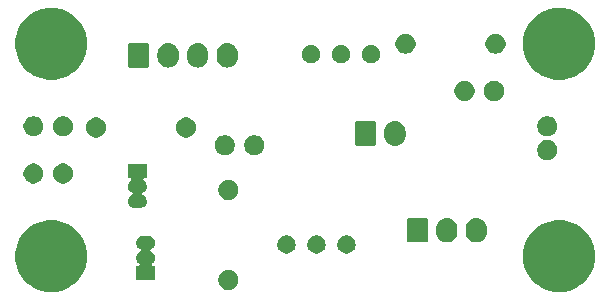
<source format=gbr>
G04 #@! TF.GenerationSoftware,KiCad,Pcbnew,(5.1.5)-3*
G04 #@! TF.CreationDate,2020-07-01T02:10:36+02:00*
G04 #@! TF.ProjectId,GermaniumFuzz,4765726d-616e-4697-956d-46757a7a2e6b,rev?*
G04 #@! TF.SameCoordinates,Original*
G04 #@! TF.FileFunction,Soldermask,Bot*
G04 #@! TF.FilePolarity,Negative*
%FSLAX46Y46*%
G04 Gerber Fmt 4.6, Leading zero omitted, Abs format (unit mm)*
G04 Created by KiCad (PCBNEW (5.1.5)-3) date 2020-07-01 02:10:36*
%MOMM*%
%LPD*%
G04 APERTURE LIST*
%ADD10C,0.100000*%
G04 APERTURE END LIST*
D10*
G36*
X124889943Y-121066248D02*
G01*
X125445189Y-121296238D01*
X125693347Y-121462052D01*
X125944899Y-121630134D01*
X126369866Y-122055101D01*
X126514437Y-122271467D01*
X126703762Y-122554811D01*
X126933752Y-123110057D01*
X127051000Y-123699501D01*
X127051000Y-124300499D01*
X126933752Y-124889943D01*
X126703762Y-125445189D01*
X126694241Y-125459438D01*
X126369866Y-125944899D01*
X125944899Y-126369866D01*
X125804573Y-126463629D01*
X125445189Y-126703762D01*
X124889943Y-126933752D01*
X124300499Y-127051000D01*
X123699501Y-127051000D01*
X123110057Y-126933752D01*
X122554811Y-126703762D01*
X122195427Y-126463629D01*
X122055101Y-126369866D01*
X121630134Y-125944899D01*
X121305759Y-125459438D01*
X121296238Y-125445189D01*
X121066248Y-124889943D01*
X120949000Y-124300499D01*
X120949000Y-123699501D01*
X121066248Y-123110057D01*
X121296238Y-122554811D01*
X121485563Y-122271467D01*
X121630134Y-122055101D01*
X122055101Y-121630134D01*
X122306653Y-121462052D01*
X122554811Y-121296238D01*
X123110057Y-121066248D01*
X123699501Y-120949000D01*
X124300499Y-120949000D01*
X124889943Y-121066248D01*
G37*
G36*
X81889943Y-121066248D02*
G01*
X82445189Y-121296238D01*
X82693347Y-121462052D01*
X82944899Y-121630134D01*
X83369866Y-122055101D01*
X83514437Y-122271467D01*
X83703762Y-122554811D01*
X83933752Y-123110057D01*
X84051000Y-123699501D01*
X84051000Y-124300499D01*
X83933752Y-124889943D01*
X83703762Y-125445189D01*
X83694241Y-125459438D01*
X83369866Y-125944899D01*
X82944899Y-126369866D01*
X82804573Y-126463629D01*
X82445189Y-126703762D01*
X81889943Y-126933752D01*
X81300499Y-127051000D01*
X80699501Y-127051000D01*
X80110057Y-126933752D01*
X79554811Y-126703762D01*
X79195427Y-126463629D01*
X79055101Y-126369866D01*
X78630134Y-125944899D01*
X78305759Y-125459438D01*
X78296238Y-125445189D01*
X78066248Y-124889943D01*
X77949000Y-124300499D01*
X77949000Y-123699501D01*
X78066248Y-123110057D01*
X78296238Y-122554811D01*
X78485563Y-122271467D01*
X78630134Y-122055101D01*
X79055101Y-121630134D01*
X79306653Y-121462052D01*
X79554811Y-121296238D01*
X80110057Y-121066248D01*
X80699501Y-120949000D01*
X81300499Y-120949000D01*
X81889943Y-121066248D01*
G37*
G36*
X96248228Y-125181703D02*
G01*
X96403100Y-125245853D01*
X96542481Y-125338985D01*
X96661015Y-125457519D01*
X96754147Y-125596900D01*
X96818297Y-125751772D01*
X96851000Y-125916184D01*
X96851000Y-126083816D01*
X96818297Y-126248228D01*
X96754147Y-126403100D01*
X96661015Y-126542481D01*
X96542481Y-126661015D01*
X96403100Y-126754147D01*
X96248228Y-126818297D01*
X96083816Y-126851000D01*
X95916184Y-126851000D01*
X95751772Y-126818297D01*
X95596900Y-126754147D01*
X95457519Y-126661015D01*
X95338985Y-126542481D01*
X95245853Y-126403100D01*
X95181703Y-126248228D01*
X95149000Y-126083816D01*
X95149000Y-125916184D01*
X95181703Y-125751772D01*
X95245853Y-125596900D01*
X95338985Y-125457519D01*
X95457519Y-125338985D01*
X95596900Y-125245853D01*
X95751772Y-125181703D01*
X95916184Y-125149000D01*
X96083816Y-125149000D01*
X96248228Y-125181703D01*
G37*
G36*
X89337916Y-122292334D02*
G01*
X89446492Y-122325271D01*
X89446495Y-122325272D01*
X89482601Y-122344571D01*
X89546557Y-122378756D01*
X89634264Y-122450736D01*
X89706244Y-122538443D01*
X89720538Y-122565186D01*
X89759728Y-122638505D01*
X89759729Y-122638508D01*
X89792666Y-122747084D01*
X89803787Y-122860000D01*
X89792666Y-122972916D01*
X89761414Y-123075937D01*
X89759728Y-123081495D01*
X89744461Y-123110057D01*
X89706244Y-123181557D01*
X89634264Y-123269264D01*
X89546557Y-123341244D01*
X89465141Y-123384761D01*
X89444766Y-123398375D01*
X89427439Y-123415702D01*
X89413826Y-123436076D01*
X89404448Y-123458715D01*
X89399668Y-123482748D01*
X89399668Y-123507252D01*
X89404448Y-123531285D01*
X89413826Y-123553924D01*
X89427440Y-123574299D01*
X89444767Y-123591626D01*
X89465141Y-123605239D01*
X89546557Y-123648756D01*
X89634264Y-123720736D01*
X89706244Y-123808443D01*
X89738317Y-123868448D01*
X89759728Y-123908505D01*
X89759729Y-123908508D01*
X89792666Y-124017084D01*
X89803787Y-124130000D01*
X89792666Y-124242916D01*
X89760086Y-124350314D01*
X89759728Y-124351495D01*
X89740429Y-124387601D01*
X89706244Y-124451557D01*
X89634264Y-124539264D01*
X89557354Y-124602383D01*
X89540035Y-124619702D01*
X89526421Y-124640077D01*
X89517043Y-124662716D01*
X89512263Y-124686749D01*
X89512263Y-124711253D01*
X89517043Y-124735286D01*
X89526421Y-124757925D01*
X89540034Y-124778299D01*
X89557361Y-124795626D01*
X89577736Y-124809240D01*
X89600375Y-124818618D01*
X89624408Y-124823398D01*
X89636660Y-124824000D01*
X89801000Y-124824000D01*
X89801000Y-125976000D01*
X88199000Y-125976000D01*
X88199000Y-124824000D01*
X88363340Y-124824000D01*
X88387726Y-124821598D01*
X88411175Y-124814485D01*
X88432786Y-124802934D01*
X88451728Y-124787389D01*
X88467273Y-124768447D01*
X88478824Y-124746836D01*
X88485937Y-124723387D01*
X88488339Y-124699001D01*
X88485937Y-124674615D01*
X88478824Y-124651166D01*
X88467273Y-124629555D01*
X88451728Y-124610613D01*
X88442655Y-124602391D01*
X88365736Y-124539264D01*
X88293756Y-124451557D01*
X88259571Y-124387601D01*
X88240272Y-124351495D01*
X88239914Y-124350314D01*
X88207334Y-124242916D01*
X88196213Y-124130000D01*
X88207334Y-124017084D01*
X88240271Y-123908508D01*
X88240272Y-123908505D01*
X88261683Y-123868448D01*
X88293756Y-123808443D01*
X88365736Y-123720736D01*
X88453443Y-123648756D01*
X88534859Y-123605239D01*
X88555234Y-123591625D01*
X88572561Y-123574298D01*
X88586174Y-123553924D01*
X88595552Y-123531285D01*
X88600332Y-123507252D01*
X88600332Y-123482748D01*
X88595552Y-123458715D01*
X88586174Y-123436076D01*
X88572560Y-123415701D01*
X88555233Y-123398374D01*
X88534859Y-123384761D01*
X88453443Y-123341244D01*
X88365736Y-123269264D01*
X88293756Y-123181557D01*
X88255539Y-123110057D01*
X88240272Y-123081495D01*
X88238586Y-123075937D01*
X88207334Y-122972916D01*
X88196213Y-122860000D01*
X88207334Y-122747084D01*
X88240271Y-122638508D01*
X88240272Y-122638505D01*
X88279462Y-122565186D01*
X88293756Y-122538443D01*
X88365736Y-122450736D01*
X88453443Y-122378756D01*
X88517399Y-122344571D01*
X88553505Y-122325272D01*
X88553508Y-122325271D01*
X88662084Y-122292334D01*
X88746702Y-122284000D01*
X89253298Y-122284000D01*
X89337916Y-122292334D01*
G37*
G36*
X103585589Y-122238876D02*
G01*
X103684893Y-122258629D01*
X103825206Y-122316748D01*
X103951484Y-122401125D01*
X104058875Y-122508516D01*
X104143252Y-122634794D01*
X104201371Y-122775107D01*
X104218257Y-122860000D01*
X104231000Y-122924062D01*
X104231000Y-123075938D01*
X104224213Y-123110056D01*
X104201371Y-123224893D01*
X104143252Y-123365206D01*
X104058875Y-123491484D01*
X103951484Y-123598875D01*
X103825206Y-123683252D01*
X103684893Y-123741371D01*
X103585589Y-123761124D01*
X103535938Y-123771000D01*
X103384062Y-123771000D01*
X103334411Y-123761124D01*
X103235107Y-123741371D01*
X103094794Y-123683252D01*
X102968516Y-123598875D01*
X102861125Y-123491484D01*
X102776748Y-123365206D01*
X102718629Y-123224893D01*
X102695787Y-123110056D01*
X102689000Y-123075938D01*
X102689000Y-122924062D01*
X102701743Y-122860000D01*
X102718629Y-122775107D01*
X102776748Y-122634794D01*
X102861125Y-122508516D01*
X102968516Y-122401125D01*
X103094794Y-122316748D01*
X103235107Y-122258629D01*
X103334411Y-122238876D01*
X103384062Y-122229000D01*
X103535938Y-122229000D01*
X103585589Y-122238876D01*
G37*
G36*
X106125589Y-122238876D02*
G01*
X106224893Y-122258629D01*
X106365206Y-122316748D01*
X106491484Y-122401125D01*
X106598875Y-122508516D01*
X106683252Y-122634794D01*
X106741371Y-122775107D01*
X106758257Y-122860000D01*
X106771000Y-122924062D01*
X106771000Y-123075938D01*
X106764213Y-123110056D01*
X106741371Y-123224893D01*
X106683252Y-123365206D01*
X106598875Y-123491484D01*
X106491484Y-123598875D01*
X106365206Y-123683252D01*
X106224893Y-123741371D01*
X106125589Y-123761124D01*
X106075938Y-123771000D01*
X105924062Y-123771000D01*
X105874411Y-123761124D01*
X105775107Y-123741371D01*
X105634794Y-123683252D01*
X105508516Y-123598875D01*
X105401125Y-123491484D01*
X105316748Y-123365206D01*
X105258629Y-123224893D01*
X105235787Y-123110056D01*
X105229000Y-123075938D01*
X105229000Y-122924062D01*
X105241743Y-122860000D01*
X105258629Y-122775107D01*
X105316748Y-122634794D01*
X105401125Y-122508516D01*
X105508516Y-122401125D01*
X105634794Y-122316748D01*
X105775107Y-122258629D01*
X105874411Y-122238876D01*
X105924062Y-122229000D01*
X106075938Y-122229000D01*
X106125589Y-122238876D01*
G37*
G36*
X101045589Y-122238876D02*
G01*
X101144893Y-122258629D01*
X101285206Y-122316748D01*
X101411484Y-122401125D01*
X101518875Y-122508516D01*
X101603252Y-122634794D01*
X101661371Y-122775107D01*
X101678257Y-122860000D01*
X101691000Y-122924062D01*
X101691000Y-123075938D01*
X101684213Y-123110056D01*
X101661371Y-123224893D01*
X101603252Y-123365206D01*
X101518875Y-123491484D01*
X101411484Y-123598875D01*
X101285206Y-123683252D01*
X101144893Y-123741371D01*
X101045589Y-123761124D01*
X100995938Y-123771000D01*
X100844062Y-123771000D01*
X100794411Y-123761124D01*
X100695107Y-123741371D01*
X100554794Y-123683252D01*
X100428516Y-123598875D01*
X100321125Y-123491484D01*
X100236748Y-123365206D01*
X100178629Y-123224893D01*
X100155787Y-123110056D01*
X100149000Y-123075938D01*
X100149000Y-122924062D01*
X100161743Y-122860000D01*
X100178629Y-122775107D01*
X100236748Y-122634794D01*
X100321125Y-122508516D01*
X100428516Y-122401125D01*
X100554794Y-122316748D01*
X100695107Y-122258629D01*
X100794411Y-122238876D01*
X100844062Y-122229000D01*
X100995938Y-122229000D01*
X101045589Y-122238876D01*
G37*
G36*
X114676626Y-120787037D02*
G01*
X114846465Y-120838557D01*
X114846467Y-120838558D01*
X115002989Y-120922221D01*
X115140186Y-121034814D01*
X115223448Y-121136271D01*
X115252778Y-121172009D01*
X115336443Y-121328534D01*
X115387963Y-121498373D01*
X115401000Y-121630742D01*
X115401000Y-121969257D01*
X115387963Y-122101626D01*
X115336443Y-122271466D01*
X115252778Y-122427991D01*
X115223448Y-122463729D01*
X115140186Y-122565186D01*
X115045250Y-122643097D01*
X115002991Y-122677778D01*
X114846466Y-122761443D01*
X114676627Y-122812963D01*
X114500000Y-122830359D01*
X114323374Y-122812963D01*
X114153535Y-122761443D01*
X113997010Y-122677778D01*
X113859815Y-122565185D01*
X113747222Y-122427991D01*
X113663557Y-122271466D01*
X113612037Y-122101627D01*
X113605518Y-122035442D01*
X113599000Y-121969260D01*
X113599000Y-121630741D01*
X113612037Y-121498376D01*
X113612037Y-121498374D01*
X113663557Y-121328535D01*
X113747222Y-121172010D01*
X113747223Y-121172009D01*
X113859814Y-121034814D01*
X113964380Y-120949000D01*
X113997009Y-120922222D01*
X114153534Y-120838557D01*
X114323373Y-120787037D01*
X114500000Y-120769641D01*
X114676626Y-120787037D01*
G37*
G36*
X117176626Y-120787037D02*
G01*
X117346465Y-120838557D01*
X117346467Y-120838558D01*
X117502989Y-120922221D01*
X117640186Y-121034814D01*
X117723448Y-121136271D01*
X117752778Y-121172009D01*
X117836443Y-121328534D01*
X117887963Y-121498373D01*
X117901000Y-121630742D01*
X117901000Y-121969257D01*
X117887963Y-122101626D01*
X117836443Y-122271466D01*
X117752778Y-122427991D01*
X117723448Y-122463729D01*
X117640186Y-122565186D01*
X117545250Y-122643097D01*
X117502991Y-122677778D01*
X117346466Y-122761443D01*
X117176627Y-122812963D01*
X117000000Y-122830359D01*
X116823374Y-122812963D01*
X116653535Y-122761443D01*
X116497010Y-122677778D01*
X116359815Y-122565185D01*
X116247222Y-122427991D01*
X116163557Y-122271466D01*
X116112037Y-122101627D01*
X116105518Y-122035442D01*
X116099000Y-121969260D01*
X116099000Y-121630741D01*
X116112037Y-121498376D01*
X116112037Y-121498374D01*
X116163557Y-121328535D01*
X116247222Y-121172010D01*
X116247223Y-121172009D01*
X116359814Y-121034814D01*
X116464380Y-120949000D01*
X116497009Y-120922222D01*
X116653534Y-120838557D01*
X116823373Y-120787037D01*
X117000000Y-120769641D01*
X117176626Y-120787037D01*
G37*
G36*
X112758600Y-120777989D02*
G01*
X112791652Y-120788015D01*
X112822103Y-120804292D01*
X112848799Y-120826201D01*
X112870708Y-120852897D01*
X112886985Y-120883348D01*
X112897011Y-120916400D01*
X112901000Y-120956903D01*
X112901000Y-122643097D01*
X112897011Y-122683600D01*
X112886985Y-122716652D01*
X112870708Y-122747103D01*
X112848799Y-122773799D01*
X112822103Y-122795708D01*
X112791652Y-122811985D01*
X112758600Y-122822011D01*
X112718097Y-122826000D01*
X111281903Y-122826000D01*
X111241400Y-122822011D01*
X111208348Y-122811985D01*
X111177897Y-122795708D01*
X111151201Y-122773799D01*
X111129292Y-122747103D01*
X111113015Y-122716652D01*
X111102989Y-122683600D01*
X111099000Y-122643097D01*
X111099000Y-120956903D01*
X111102989Y-120916400D01*
X111113015Y-120883348D01*
X111129292Y-120852897D01*
X111151201Y-120826201D01*
X111177897Y-120804292D01*
X111208348Y-120788015D01*
X111241400Y-120777989D01*
X111281903Y-120774000D01*
X112718097Y-120774000D01*
X112758600Y-120777989D01*
G37*
G36*
X89101000Y-117376000D02*
G01*
X88936660Y-117376000D01*
X88912274Y-117378402D01*
X88888825Y-117385515D01*
X88867214Y-117397066D01*
X88848272Y-117412611D01*
X88832727Y-117431553D01*
X88821176Y-117453164D01*
X88814063Y-117476613D01*
X88811661Y-117500999D01*
X88814063Y-117525385D01*
X88821176Y-117548834D01*
X88832727Y-117570445D01*
X88848272Y-117589387D01*
X88857345Y-117597609D01*
X88934264Y-117660736D01*
X89006244Y-117748443D01*
X89040429Y-117812399D01*
X89059728Y-117848505D01*
X89059729Y-117848508D01*
X89092666Y-117957084D01*
X89103787Y-118070000D01*
X89092666Y-118182916D01*
X89059729Y-118291492D01*
X89059728Y-118291495D01*
X89057221Y-118296185D01*
X89006244Y-118391557D01*
X88934264Y-118479264D01*
X88846557Y-118551244D01*
X88765141Y-118594761D01*
X88744766Y-118608375D01*
X88727439Y-118625702D01*
X88713826Y-118646076D01*
X88704448Y-118668715D01*
X88699668Y-118692748D01*
X88699668Y-118717252D01*
X88704448Y-118741285D01*
X88713826Y-118763924D01*
X88727440Y-118784299D01*
X88744767Y-118801626D01*
X88765141Y-118815239D01*
X88846557Y-118858756D01*
X88934264Y-118930736D01*
X89006244Y-119018443D01*
X89040429Y-119082399D01*
X89059728Y-119118505D01*
X89059729Y-119118508D01*
X89092666Y-119227084D01*
X89103787Y-119340000D01*
X89092666Y-119452916D01*
X89059729Y-119561492D01*
X89059728Y-119561495D01*
X89040429Y-119597601D01*
X89006244Y-119661557D01*
X88934264Y-119749264D01*
X88846557Y-119821244D01*
X88782601Y-119855429D01*
X88746495Y-119874728D01*
X88746492Y-119874729D01*
X88637916Y-119907666D01*
X88553298Y-119916000D01*
X88046702Y-119916000D01*
X87962084Y-119907666D01*
X87853508Y-119874729D01*
X87853505Y-119874728D01*
X87817399Y-119855429D01*
X87753443Y-119821244D01*
X87665736Y-119749264D01*
X87593756Y-119661557D01*
X87559571Y-119597601D01*
X87540272Y-119561495D01*
X87540271Y-119561492D01*
X87507334Y-119452916D01*
X87496213Y-119340000D01*
X87507334Y-119227084D01*
X87540271Y-119118508D01*
X87540272Y-119118505D01*
X87559571Y-119082399D01*
X87593756Y-119018443D01*
X87665736Y-118930736D01*
X87753443Y-118858756D01*
X87834859Y-118815239D01*
X87855234Y-118801625D01*
X87872561Y-118784298D01*
X87886174Y-118763924D01*
X87895552Y-118741285D01*
X87900332Y-118717252D01*
X87900332Y-118692748D01*
X87895552Y-118668715D01*
X87886174Y-118646076D01*
X87872560Y-118625701D01*
X87855233Y-118608374D01*
X87834859Y-118594761D01*
X87753443Y-118551244D01*
X87665736Y-118479264D01*
X87593756Y-118391557D01*
X87542779Y-118296185D01*
X87540272Y-118291495D01*
X87540271Y-118291492D01*
X87507334Y-118182916D01*
X87496213Y-118070000D01*
X87507334Y-117957084D01*
X87540271Y-117848508D01*
X87540272Y-117848505D01*
X87559571Y-117812399D01*
X87593756Y-117748443D01*
X87665736Y-117660736D01*
X87742646Y-117597617D01*
X87759965Y-117580298D01*
X87773579Y-117559923D01*
X87782957Y-117537284D01*
X87787737Y-117513251D01*
X87787737Y-117488747D01*
X87782957Y-117464714D01*
X87773579Y-117442075D01*
X87759966Y-117421701D01*
X87742639Y-117404374D01*
X87722264Y-117390760D01*
X87699625Y-117381382D01*
X87675592Y-117376602D01*
X87663340Y-117376000D01*
X87499000Y-117376000D01*
X87499000Y-116224000D01*
X89101000Y-116224000D01*
X89101000Y-117376000D01*
G37*
G36*
X96248228Y-117561703D02*
G01*
X96403100Y-117625853D01*
X96542481Y-117718985D01*
X96661015Y-117837519D01*
X96754147Y-117976900D01*
X96818297Y-118131772D01*
X96851000Y-118296184D01*
X96851000Y-118463816D01*
X96818297Y-118628228D01*
X96754147Y-118783100D01*
X96661015Y-118922481D01*
X96542481Y-119041015D01*
X96403100Y-119134147D01*
X96248228Y-119198297D01*
X96083816Y-119231000D01*
X95916184Y-119231000D01*
X95751772Y-119198297D01*
X95596900Y-119134147D01*
X95457519Y-119041015D01*
X95338985Y-118922481D01*
X95245853Y-118783100D01*
X95181703Y-118628228D01*
X95149000Y-118463816D01*
X95149000Y-118296184D01*
X95181703Y-118131772D01*
X95245853Y-117976900D01*
X95338985Y-117837519D01*
X95457519Y-117718985D01*
X95596900Y-117625853D01*
X95751772Y-117561703D01*
X95916184Y-117529000D01*
X96083816Y-117529000D01*
X96248228Y-117561703D01*
G37*
G36*
X79748228Y-116181703D02*
G01*
X79903100Y-116245853D01*
X80042481Y-116338985D01*
X80161015Y-116457519D01*
X80254147Y-116596900D01*
X80318297Y-116751772D01*
X80351000Y-116916184D01*
X80351000Y-117083816D01*
X80318297Y-117248228D01*
X80254147Y-117403100D01*
X80161015Y-117542481D01*
X80042481Y-117661015D01*
X79903100Y-117754147D01*
X79748228Y-117818297D01*
X79583816Y-117851000D01*
X79416184Y-117851000D01*
X79251772Y-117818297D01*
X79096900Y-117754147D01*
X78957519Y-117661015D01*
X78838985Y-117542481D01*
X78745853Y-117403100D01*
X78681703Y-117248228D01*
X78649000Y-117083816D01*
X78649000Y-116916184D01*
X78681703Y-116751772D01*
X78745853Y-116596900D01*
X78838985Y-116457519D01*
X78957519Y-116338985D01*
X79096900Y-116245853D01*
X79251772Y-116181703D01*
X79416184Y-116149000D01*
X79583816Y-116149000D01*
X79748228Y-116181703D01*
G37*
G36*
X82248228Y-116181703D02*
G01*
X82403100Y-116245853D01*
X82542481Y-116338985D01*
X82661015Y-116457519D01*
X82754147Y-116596900D01*
X82818297Y-116751772D01*
X82851000Y-116916184D01*
X82851000Y-117083816D01*
X82818297Y-117248228D01*
X82754147Y-117403100D01*
X82661015Y-117542481D01*
X82542481Y-117661015D01*
X82403100Y-117754147D01*
X82248228Y-117818297D01*
X82083816Y-117851000D01*
X81916184Y-117851000D01*
X81751772Y-117818297D01*
X81596900Y-117754147D01*
X81457519Y-117661015D01*
X81338985Y-117542481D01*
X81245853Y-117403100D01*
X81181703Y-117248228D01*
X81149000Y-117083816D01*
X81149000Y-116916184D01*
X81181703Y-116751772D01*
X81245853Y-116596900D01*
X81338985Y-116457519D01*
X81457519Y-116338985D01*
X81596900Y-116245853D01*
X81751772Y-116181703D01*
X81916184Y-116149000D01*
X82083816Y-116149000D01*
X82248228Y-116181703D01*
G37*
G36*
X123248228Y-114181703D02*
G01*
X123403100Y-114245853D01*
X123542481Y-114338985D01*
X123661015Y-114457519D01*
X123754147Y-114596900D01*
X123818297Y-114751772D01*
X123851000Y-114916184D01*
X123851000Y-115083816D01*
X123818297Y-115248228D01*
X123754147Y-115403100D01*
X123661015Y-115542481D01*
X123542481Y-115661015D01*
X123403100Y-115754147D01*
X123248228Y-115818297D01*
X123083816Y-115851000D01*
X122916184Y-115851000D01*
X122751772Y-115818297D01*
X122596900Y-115754147D01*
X122457519Y-115661015D01*
X122338985Y-115542481D01*
X122245853Y-115403100D01*
X122181703Y-115248228D01*
X122149000Y-115083816D01*
X122149000Y-114916184D01*
X122181703Y-114751772D01*
X122245853Y-114596900D01*
X122338985Y-114457519D01*
X122457519Y-114338985D01*
X122596900Y-114245853D01*
X122751772Y-114181703D01*
X122916184Y-114149000D01*
X123083816Y-114149000D01*
X123248228Y-114181703D01*
G37*
G36*
X95948228Y-113781703D02*
G01*
X96103100Y-113845853D01*
X96242481Y-113938985D01*
X96361015Y-114057519D01*
X96454147Y-114196900D01*
X96518297Y-114351772D01*
X96551000Y-114516184D01*
X96551000Y-114683816D01*
X96518297Y-114848228D01*
X96454147Y-115003100D01*
X96361015Y-115142481D01*
X96242481Y-115261015D01*
X96103100Y-115354147D01*
X95948228Y-115418297D01*
X95783816Y-115451000D01*
X95616184Y-115451000D01*
X95451772Y-115418297D01*
X95296900Y-115354147D01*
X95157519Y-115261015D01*
X95038985Y-115142481D01*
X94945853Y-115003100D01*
X94881703Y-114848228D01*
X94849000Y-114683816D01*
X94849000Y-114516184D01*
X94881703Y-114351772D01*
X94945853Y-114196900D01*
X95038985Y-114057519D01*
X95157519Y-113938985D01*
X95296900Y-113845853D01*
X95451772Y-113781703D01*
X95616184Y-113749000D01*
X95783816Y-113749000D01*
X95948228Y-113781703D01*
G37*
G36*
X98448228Y-113781703D02*
G01*
X98603100Y-113845853D01*
X98742481Y-113938985D01*
X98861015Y-114057519D01*
X98954147Y-114196900D01*
X99018297Y-114351772D01*
X99051000Y-114516184D01*
X99051000Y-114683816D01*
X99018297Y-114848228D01*
X98954147Y-115003100D01*
X98861015Y-115142481D01*
X98742481Y-115261015D01*
X98603100Y-115354147D01*
X98448228Y-115418297D01*
X98283816Y-115451000D01*
X98116184Y-115451000D01*
X97951772Y-115418297D01*
X97796900Y-115354147D01*
X97657519Y-115261015D01*
X97538985Y-115142481D01*
X97445853Y-115003100D01*
X97381703Y-114848228D01*
X97349000Y-114683816D01*
X97349000Y-114516184D01*
X97381703Y-114351772D01*
X97445853Y-114196900D01*
X97538985Y-114057519D01*
X97657519Y-113938985D01*
X97796900Y-113845853D01*
X97951772Y-113781703D01*
X98116184Y-113749000D01*
X98283816Y-113749000D01*
X98448228Y-113781703D01*
G37*
G36*
X110276626Y-112562037D02*
G01*
X110446465Y-112613557D01*
X110446467Y-112613558D01*
X110602989Y-112697221D01*
X110740186Y-112809814D01*
X110823448Y-112911271D01*
X110852778Y-112947009D01*
X110936443Y-113103534D01*
X110987963Y-113273373D01*
X110987963Y-113273375D01*
X111000740Y-113403097D01*
X111001000Y-113405742D01*
X111001000Y-113794257D01*
X110987963Y-113926626D01*
X110936443Y-114096466D01*
X110852778Y-114252991D01*
X110823448Y-114288729D01*
X110740186Y-114390186D01*
X110658139Y-114457519D01*
X110602991Y-114502778D01*
X110446466Y-114586443D01*
X110276627Y-114637963D01*
X110100000Y-114655359D01*
X109923374Y-114637963D01*
X109753535Y-114586443D01*
X109597010Y-114502778D01*
X109459815Y-114390185D01*
X109347222Y-114252991D01*
X109263557Y-114096466D01*
X109212037Y-113926627D01*
X109204898Y-113854147D01*
X109199000Y-113794260D01*
X109199000Y-113405741D01*
X109212037Y-113273376D01*
X109212037Y-113273374D01*
X109263557Y-113103535D01*
X109347222Y-112947010D01*
X109372520Y-112916184D01*
X109459814Y-112809814D01*
X109561271Y-112726552D01*
X109597009Y-112697222D01*
X109753534Y-112613557D01*
X109923373Y-112562037D01*
X110100000Y-112544641D01*
X110276626Y-112562037D01*
G37*
G36*
X108358600Y-112552989D02*
G01*
X108391652Y-112563015D01*
X108422103Y-112579292D01*
X108448799Y-112601201D01*
X108470708Y-112627897D01*
X108486985Y-112658348D01*
X108497011Y-112691400D01*
X108501000Y-112731903D01*
X108501000Y-114468097D01*
X108497011Y-114508600D01*
X108486985Y-114541652D01*
X108470708Y-114572103D01*
X108448799Y-114598799D01*
X108422103Y-114620708D01*
X108391652Y-114636985D01*
X108358600Y-114647011D01*
X108318097Y-114651000D01*
X106881903Y-114651000D01*
X106841400Y-114647011D01*
X106808348Y-114636985D01*
X106777897Y-114620708D01*
X106751201Y-114598799D01*
X106729292Y-114572103D01*
X106713015Y-114541652D01*
X106702989Y-114508600D01*
X106699000Y-114468097D01*
X106699000Y-112731903D01*
X106702989Y-112691400D01*
X106713015Y-112658348D01*
X106729292Y-112627897D01*
X106751201Y-112601201D01*
X106777897Y-112579292D01*
X106808348Y-112563015D01*
X106841400Y-112552989D01*
X106881903Y-112549000D01*
X108318097Y-112549000D01*
X108358600Y-112552989D01*
G37*
G36*
X85048228Y-112281703D02*
G01*
X85203100Y-112345853D01*
X85342481Y-112438985D01*
X85461015Y-112557519D01*
X85554147Y-112696900D01*
X85618297Y-112851772D01*
X85651000Y-113016184D01*
X85651000Y-113183816D01*
X85618297Y-113348228D01*
X85554147Y-113503100D01*
X85461015Y-113642481D01*
X85342481Y-113761015D01*
X85203100Y-113854147D01*
X85048228Y-113918297D01*
X84883816Y-113951000D01*
X84716184Y-113951000D01*
X84551772Y-113918297D01*
X84396900Y-113854147D01*
X84257519Y-113761015D01*
X84138985Y-113642481D01*
X84045853Y-113503100D01*
X83981703Y-113348228D01*
X83949000Y-113183816D01*
X83949000Y-113016184D01*
X83981703Y-112851772D01*
X84045853Y-112696900D01*
X84138985Y-112557519D01*
X84257519Y-112438985D01*
X84396900Y-112345853D01*
X84551772Y-112281703D01*
X84716184Y-112249000D01*
X84883816Y-112249000D01*
X85048228Y-112281703D01*
G37*
G36*
X92668228Y-112281703D02*
G01*
X92823100Y-112345853D01*
X92962481Y-112438985D01*
X93081015Y-112557519D01*
X93174147Y-112696900D01*
X93238297Y-112851772D01*
X93271000Y-113016184D01*
X93271000Y-113183816D01*
X93238297Y-113348228D01*
X93174147Y-113503100D01*
X93081015Y-113642481D01*
X92962481Y-113761015D01*
X92823100Y-113854147D01*
X92668228Y-113918297D01*
X92503816Y-113951000D01*
X92336184Y-113951000D01*
X92171772Y-113918297D01*
X92016900Y-113854147D01*
X91877519Y-113761015D01*
X91758985Y-113642481D01*
X91665853Y-113503100D01*
X91601703Y-113348228D01*
X91569000Y-113183816D01*
X91569000Y-113016184D01*
X91601703Y-112851772D01*
X91665853Y-112696900D01*
X91758985Y-112557519D01*
X91877519Y-112438985D01*
X92016900Y-112345853D01*
X92171772Y-112281703D01*
X92336184Y-112249000D01*
X92503816Y-112249000D01*
X92668228Y-112281703D01*
G37*
G36*
X123248228Y-112181703D02*
G01*
X123403100Y-112245853D01*
X123542481Y-112338985D01*
X123661015Y-112457519D01*
X123754147Y-112596900D01*
X123818297Y-112751772D01*
X123851000Y-112916184D01*
X123851000Y-113083816D01*
X123818297Y-113248228D01*
X123754147Y-113403100D01*
X123661015Y-113542481D01*
X123542481Y-113661015D01*
X123403100Y-113754147D01*
X123248228Y-113818297D01*
X123083816Y-113851000D01*
X122916184Y-113851000D01*
X122751772Y-113818297D01*
X122596900Y-113754147D01*
X122457519Y-113661015D01*
X122338985Y-113542481D01*
X122245853Y-113403100D01*
X122181703Y-113248228D01*
X122149000Y-113083816D01*
X122149000Y-112916184D01*
X122181703Y-112751772D01*
X122245853Y-112596900D01*
X122338985Y-112457519D01*
X122457519Y-112338985D01*
X122596900Y-112245853D01*
X122751772Y-112181703D01*
X122916184Y-112149000D01*
X123083816Y-112149000D01*
X123248228Y-112181703D01*
G37*
G36*
X79748228Y-112181703D02*
G01*
X79903100Y-112245853D01*
X80042481Y-112338985D01*
X80161015Y-112457519D01*
X80254147Y-112596900D01*
X80318297Y-112751772D01*
X80351000Y-112916184D01*
X80351000Y-113083816D01*
X80318297Y-113248228D01*
X80254147Y-113403100D01*
X80161015Y-113542481D01*
X80042481Y-113661015D01*
X79903100Y-113754147D01*
X79748228Y-113818297D01*
X79583816Y-113851000D01*
X79416184Y-113851000D01*
X79251772Y-113818297D01*
X79096900Y-113754147D01*
X78957519Y-113661015D01*
X78838985Y-113542481D01*
X78745853Y-113403100D01*
X78681703Y-113248228D01*
X78649000Y-113083816D01*
X78649000Y-112916184D01*
X78681703Y-112751772D01*
X78745853Y-112596900D01*
X78838985Y-112457519D01*
X78957519Y-112338985D01*
X79096900Y-112245853D01*
X79251772Y-112181703D01*
X79416184Y-112149000D01*
X79583816Y-112149000D01*
X79748228Y-112181703D01*
G37*
G36*
X82248228Y-112181703D02*
G01*
X82403100Y-112245853D01*
X82542481Y-112338985D01*
X82661015Y-112457519D01*
X82754147Y-112596900D01*
X82818297Y-112751772D01*
X82851000Y-112916184D01*
X82851000Y-113083816D01*
X82818297Y-113248228D01*
X82754147Y-113403100D01*
X82661015Y-113542481D01*
X82542481Y-113661015D01*
X82403100Y-113754147D01*
X82248228Y-113818297D01*
X82083816Y-113851000D01*
X81916184Y-113851000D01*
X81751772Y-113818297D01*
X81596900Y-113754147D01*
X81457519Y-113661015D01*
X81338985Y-113542481D01*
X81245853Y-113403100D01*
X81181703Y-113248228D01*
X81149000Y-113083816D01*
X81149000Y-112916184D01*
X81181703Y-112751772D01*
X81245853Y-112596900D01*
X81338985Y-112457519D01*
X81457519Y-112338985D01*
X81596900Y-112245853D01*
X81751772Y-112181703D01*
X81916184Y-112149000D01*
X82083816Y-112149000D01*
X82248228Y-112181703D01*
G37*
G36*
X118748228Y-109181703D02*
G01*
X118903100Y-109245853D01*
X119042481Y-109338985D01*
X119161015Y-109457519D01*
X119254147Y-109596900D01*
X119318297Y-109751772D01*
X119351000Y-109916184D01*
X119351000Y-110083816D01*
X119318297Y-110248228D01*
X119254147Y-110403100D01*
X119161015Y-110542481D01*
X119042481Y-110661015D01*
X118903100Y-110754147D01*
X118748228Y-110818297D01*
X118583816Y-110851000D01*
X118416184Y-110851000D01*
X118251772Y-110818297D01*
X118096900Y-110754147D01*
X117957519Y-110661015D01*
X117838985Y-110542481D01*
X117745853Y-110403100D01*
X117681703Y-110248228D01*
X117649000Y-110083816D01*
X117649000Y-109916184D01*
X117681703Y-109751772D01*
X117745853Y-109596900D01*
X117838985Y-109457519D01*
X117957519Y-109338985D01*
X118096900Y-109245853D01*
X118251772Y-109181703D01*
X118416184Y-109149000D01*
X118583816Y-109149000D01*
X118748228Y-109181703D01*
G37*
G36*
X116248228Y-109181703D02*
G01*
X116403100Y-109245853D01*
X116542481Y-109338985D01*
X116661015Y-109457519D01*
X116754147Y-109596900D01*
X116818297Y-109751772D01*
X116851000Y-109916184D01*
X116851000Y-110083816D01*
X116818297Y-110248228D01*
X116754147Y-110403100D01*
X116661015Y-110542481D01*
X116542481Y-110661015D01*
X116403100Y-110754147D01*
X116248228Y-110818297D01*
X116083816Y-110851000D01*
X115916184Y-110851000D01*
X115751772Y-110818297D01*
X115596900Y-110754147D01*
X115457519Y-110661015D01*
X115338985Y-110542481D01*
X115245853Y-110403100D01*
X115181703Y-110248228D01*
X115149000Y-110083816D01*
X115149000Y-109916184D01*
X115181703Y-109751772D01*
X115245853Y-109596900D01*
X115338985Y-109457519D01*
X115457519Y-109338985D01*
X115596900Y-109245853D01*
X115751772Y-109181703D01*
X115916184Y-109149000D01*
X116083816Y-109149000D01*
X116248228Y-109181703D01*
G37*
G36*
X124889943Y-103066248D02*
G01*
X125445189Y-103296238D01*
X125693347Y-103462052D01*
X125944899Y-103630134D01*
X126369866Y-104055101D01*
X126518440Y-104277458D01*
X126703762Y-104554811D01*
X126933752Y-105110057D01*
X127051000Y-105699501D01*
X127051000Y-106300499D01*
X126933752Y-106889943D01*
X126703762Y-107445189D01*
X126686203Y-107471468D01*
X126369866Y-107944899D01*
X125944899Y-108369866D01*
X125804573Y-108463629D01*
X125445189Y-108703762D01*
X124889943Y-108933752D01*
X124300499Y-109051000D01*
X123699501Y-109051000D01*
X123110057Y-108933752D01*
X122554811Y-108703762D01*
X122195427Y-108463629D01*
X122055101Y-108369866D01*
X121630134Y-107944899D01*
X121313797Y-107471468D01*
X121296238Y-107445189D01*
X121066248Y-106889943D01*
X120949000Y-106300499D01*
X120949000Y-105699501D01*
X121066248Y-105110057D01*
X121296238Y-104554811D01*
X121481560Y-104277458D01*
X121630134Y-104055101D01*
X122055101Y-103630134D01*
X122306653Y-103462052D01*
X122554811Y-103296238D01*
X123110057Y-103066248D01*
X123699501Y-102949000D01*
X124300499Y-102949000D01*
X124889943Y-103066248D01*
G37*
G36*
X81889943Y-103066248D02*
G01*
X82445189Y-103296238D01*
X82693347Y-103462052D01*
X82944899Y-103630134D01*
X83369866Y-104055101D01*
X83518440Y-104277458D01*
X83703762Y-104554811D01*
X83933752Y-105110057D01*
X84051000Y-105699501D01*
X84051000Y-106300499D01*
X83933752Y-106889943D01*
X83703762Y-107445189D01*
X83686203Y-107471468D01*
X83369866Y-107944899D01*
X82944899Y-108369866D01*
X82804573Y-108463629D01*
X82445189Y-108703762D01*
X81889943Y-108933752D01*
X81300499Y-109051000D01*
X80699501Y-109051000D01*
X80110057Y-108933752D01*
X79554811Y-108703762D01*
X79195427Y-108463629D01*
X79055101Y-108369866D01*
X78630134Y-107944899D01*
X78313797Y-107471468D01*
X78296238Y-107445189D01*
X78066248Y-106889943D01*
X77949000Y-106300499D01*
X77949000Y-105699501D01*
X78066248Y-105110057D01*
X78296238Y-104554811D01*
X78481560Y-104277458D01*
X78630134Y-104055101D01*
X79055101Y-103630134D01*
X79306653Y-103462052D01*
X79554811Y-103296238D01*
X80110057Y-103066248D01*
X80699501Y-102949000D01*
X81300499Y-102949000D01*
X81889943Y-103066248D01*
G37*
G36*
X91076626Y-105987037D02*
G01*
X91246465Y-106038557D01*
X91246467Y-106038558D01*
X91402989Y-106122221D01*
X91540186Y-106234814D01*
X91594091Y-106300499D01*
X91652778Y-106372009D01*
X91736443Y-106528534D01*
X91787963Y-106698373D01*
X91801000Y-106830742D01*
X91801000Y-107169257D01*
X91787963Y-107301626D01*
X91736443Y-107471466D01*
X91652778Y-107627991D01*
X91646689Y-107635410D01*
X91540186Y-107765186D01*
X91477863Y-107816332D01*
X91402991Y-107877778D01*
X91246466Y-107961443D01*
X91076627Y-108012963D01*
X90900000Y-108030359D01*
X90723374Y-108012963D01*
X90553535Y-107961443D01*
X90397010Y-107877778D01*
X90259815Y-107765185D01*
X90147222Y-107627991D01*
X90103701Y-107546570D01*
X90063558Y-107471468D01*
X90063557Y-107471466D01*
X90012037Y-107301627D01*
X89999000Y-107169258D01*
X89999000Y-106830743D01*
X90012037Y-106698374D01*
X90063557Y-106528535D01*
X90063559Y-106528532D01*
X90147221Y-106372011D01*
X90259814Y-106234814D01*
X90361271Y-106151552D01*
X90397009Y-106122222D01*
X90553534Y-106038557D01*
X90723373Y-105987037D01*
X90900000Y-105969641D01*
X91076626Y-105987037D01*
G37*
G36*
X93576626Y-105987037D02*
G01*
X93746465Y-106038557D01*
X93746467Y-106038558D01*
X93902989Y-106122221D01*
X94040186Y-106234814D01*
X94094091Y-106300499D01*
X94152778Y-106372009D01*
X94236443Y-106528534D01*
X94287963Y-106698373D01*
X94301000Y-106830742D01*
X94301000Y-107169257D01*
X94287963Y-107301626D01*
X94236443Y-107471466D01*
X94152778Y-107627991D01*
X94146689Y-107635410D01*
X94040186Y-107765186D01*
X93977863Y-107816332D01*
X93902991Y-107877778D01*
X93746466Y-107961443D01*
X93576627Y-108012963D01*
X93400000Y-108030359D01*
X93223374Y-108012963D01*
X93053535Y-107961443D01*
X92897010Y-107877778D01*
X92759815Y-107765185D01*
X92647222Y-107627991D01*
X92603701Y-107546570D01*
X92563558Y-107471468D01*
X92563557Y-107471466D01*
X92512037Y-107301627D01*
X92499000Y-107169258D01*
X92499000Y-106830743D01*
X92512037Y-106698374D01*
X92563557Y-106528535D01*
X92563559Y-106528532D01*
X92647221Y-106372011D01*
X92759814Y-106234814D01*
X92861271Y-106151552D01*
X92897009Y-106122222D01*
X93053534Y-106038557D01*
X93223373Y-105987037D01*
X93400000Y-105969641D01*
X93576626Y-105987037D01*
G37*
G36*
X96076626Y-105987037D02*
G01*
X96246465Y-106038557D01*
X96246467Y-106038558D01*
X96402989Y-106122221D01*
X96540186Y-106234814D01*
X96594091Y-106300499D01*
X96652778Y-106372009D01*
X96736443Y-106528534D01*
X96787963Y-106698373D01*
X96801000Y-106830742D01*
X96801000Y-107169257D01*
X96787963Y-107301626D01*
X96736443Y-107471466D01*
X96652778Y-107627991D01*
X96646689Y-107635410D01*
X96540186Y-107765186D01*
X96477863Y-107816332D01*
X96402991Y-107877778D01*
X96246466Y-107961443D01*
X96076627Y-108012963D01*
X95900000Y-108030359D01*
X95723374Y-108012963D01*
X95553535Y-107961443D01*
X95397010Y-107877778D01*
X95259815Y-107765185D01*
X95147222Y-107627991D01*
X95103701Y-107546570D01*
X95063558Y-107471468D01*
X95063557Y-107471466D01*
X95012037Y-107301627D01*
X94999000Y-107169258D01*
X94999000Y-106830743D01*
X95012037Y-106698374D01*
X95063557Y-106528535D01*
X95063559Y-106528532D01*
X95147221Y-106372011D01*
X95259814Y-106234814D01*
X95361271Y-106151552D01*
X95397009Y-106122222D01*
X95553534Y-106038557D01*
X95723373Y-105987037D01*
X95900000Y-105969641D01*
X96076626Y-105987037D01*
G37*
G36*
X89158600Y-105977989D02*
G01*
X89191652Y-105988015D01*
X89222103Y-106004292D01*
X89248799Y-106026201D01*
X89270708Y-106052897D01*
X89286985Y-106083348D01*
X89297011Y-106116400D01*
X89301000Y-106156903D01*
X89301000Y-107843097D01*
X89297011Y-107883600D01*
X89286985Y-107916652D01*
X89270708Y-107947103D01*
X89248799Y-107973799D01*
X89222103Y-107995708D01*
X89191652Y-108011985D01*
X89158600Y-108022011D01*
X89118097Y-108026000D01*
X87681903Y-108026000D01*
X87641400Y-108022011D01*
X87608348Y-108011985D01*
X87577897Y-107995708D01*
X87551201Y-107973799D01*
X87529292Y-107947103D01*
X87513015Y-107916652D01*
X87502989Y-107883600D01*
X87499000Y-107843097D01*
X87499000Y-106156903D01*
X87502989Y-106116400D01*
X87513015Y-106083348D01*
X87529292Y-106052897D01*
X87551201Y-106026201D01*
X87577897Y-106004292D01*
X87608348Y-105988015D01*
X87641400Y-105977989D01*
X87681903Y-105974000D01*
X89118097Y-105974000D01*
X89158600Y-105977989D01*
G37*
G36*
X108199117Y-106137589D02*
G01*
X108304893Y-106158629D01*
X108445206Y-106216748D01*
X108571484Y-106301125D01*
X108678875Y-106408516D01*
X108763252Y-106534794D01*
X108821371Y-106675107D01*
X108851000Y-106824063D01*
X108851000Y-106975937D01*
X108821371Y-107124893D01*
X108763252Y-107265206D01*
X108678875Y-107391484D01*
X108571484Y-107498875D01*
X108445206Y-107583252D01*
X108304893Y-107641371D01*
X108205589Y-107661124D01*
X108155938Y-107671000D01*
X108004062Y-107671000D01*
X107954411Y-107661124D01*
X107855107Y-107641371D01*
X107714794Y-107583252D01*
X107588516Y-107498875D01*
X107481125Y-107391484D01*
X107396748Y-107265206D01*
X107338629Y-107124893D01*
X107309000Y-106975937D01*
X107309000Y-106824063D01*
X107338629Y-106675107D01*
X107396748Y-106534794D01*
X107481125Y-106408516D01*
X107588516Y-106301125D01*
X107714794Y-106216748D01*
X107855107Y-106158629D01*
X107960883Y-106137589D01*
X108004062Y-106129000D01*
X108155938Y-106129000D01*
X108199117Y-106137589D01*
G37*
G36*
X105659117Y-106137589D02*
G01*
X105764893Y-106158629D01*
X105905206Y-106216748D01*
X106031484Y-106301125D01*
X106138875Y-106408516D01*
X106223252Y-106534794D01*
X106281371Y-106675107D01*
X106311000Y-106824063D01*
X106311000Y-106975937D01*
X106281371Y-107124893D01*
X106223252Y-107265206D01*
X106138875Y-107391484D01*
X106031484Y-107498875D01*
X105905206Y-107583252D01*
X105764893Y-107641371D01*
X105665589Y-107661124D01*
X105615938Y-107671000D01*
X105464062Y-107671000D01*
X105414411Y-107661124D01*
X105315107Y-107641371D01*
X105174794Y-107583252D01*
X105048516Y-107498875D01*
X104941125Y-107391484D01*
X104856748Y-107265206D01*
X104798629Y-107124893D01*
X104769000Y-106975937D01*
X104769000Y-106824063D01*
X104798629Y-106675107D01*
X104856748Y-106534794D01*
X104941125Y-106408516D01*
X105048516Y-106301125D01*
X105174794Y-106216748D01*
X105315107Y-106158629D01*
X105420883Y-106137589D01*
X105464062Y-106129000D01*
X105615938Y-106129000D01*
X105659117Y-106137589D01*
G37*
G36*
X103119117Y-106137589D02*
G01*
X103224893Y-106158629D01*
X103365206Y-106216748D01*
X103491484Y-106301125D01*
X103598875Y-106408516D01*
X103683252Y-106534794D01*
X103741371Y-106675107D01*
X103771000Y-106824063D01*
X103771000Y-106975937D01*
X103741371Y-107124893D01*
X103683252Y-107265206D01*
X103598875Y-107391484D01*
X103491484Y-107498875D01*
X103365206Y-107583252D01*
X103224893Y-107641371D01*
X103125589Y-107661124D01*
X103075938Y-107671000D01*
X102924062Y-107671000D01*
X102874411Y-107661124D01*
X102775107Y-107641371D01*
X102634794Y-107583252D01*
X102508516Y-107498875D01*
X102401125Y-107391484D01*
X102316748Y-107265206D01*
X102258629Y-107124893D01*
X102229000Y-106975937D01*
X102229000Y-106824063D01*
X102258629Y-106675107D01*
X102316748Y-106534794D01*
X102401125Y-106408516D01*
X102508516Y-106301125D01*
X102634794Y-106216748D01*
X102775107Y-106158629D01*
X102880883Y-106137589D01*
X102924062Y-106129000D01*
X103075938Y-106129000D01*
X103119117Y-106137589D01*
G37*
G36*
X118868228Y-105181703D02*
G01*
X119023100Y-105245853D01*
X119162481Y-105338985D01*
X119281015Y-105457519D01*
X119374147Y-105596900D01*
X119438297Y-105751772D01*
X119471000Y-105916184D01*
X119471000Y-106083816D01*
X119438297Y-106248228D01*
X119374147Y-106403100D01*
X119281015Y-106542481D01*
X119162481Y-106661015D01*
X119023100Y-106754147D01*
X118868228Y-106818297D01*
X118703816Y-106851000D01*
X118536184Y-106851000D01*
X118371772Y-106818297D01*
X118216900Y-106754147D01*
X118077519Y-106661015D01*
X117958985Y-106542481D01*
X117865853Y-106403100D01*
X117801703Y-106248228D01*
X117769000Y-106083816D01*
X117769000Y-105916184D01*
X117801703Y-105751772D01*
X117865853Y-105596900D01*
X117958985Y-105457519D01*
X118077519Y-105338985D01*
X118216900Y-105245853D01*
X118371772Y-105181703D01*
X118536184Y-105149000D01*
X118703816Y-105149000D01*
X118868228Y-105181703D01*
G37*
G36*
X111248228Y-105181703D02*
G01*
X111403100Y-105245853D01*
X111542481Y-105338985D01*
X111661015Y-105457519D01*
X111754147Y-105596900D01*
X111818297Y-105751772D01*
X111851000Y-105916184D01*
X111851000Y-106083816D01*
X111818297Y-106248228D01*
X111754147Y-106403100D01*
X111661015Y-106542481D01*
X111542481Y-106661015D01*
X111403100Y-106754147D01*
X111248228Y-106818297D01*
X111083816Y-106851000D01*
X110916184Y-106851000D01*
X110751772Y-106818297D01*
X110596900Y-106754147D01*
X110457519Y-106661015D01*
X110338985Y-106542481D01*
X110245853Y-106403100D01*
X110181703Y-106248228D01*
X110149000Y-106083816D01*
X110149000Y-105916184D01*
X110181703Y-105751772D01*
X110245853Y-105596900D01*
X110338985Y-105457519D01*
X110457519Y-105338985D01*
X110596900Y-105245853D01*
X110751772Y-105181703D01*
X110916184Y-105149000D01*
X111083816Y-105149000D01*
X111248228Y-105181703D01*
G37*
M02*

</source>
